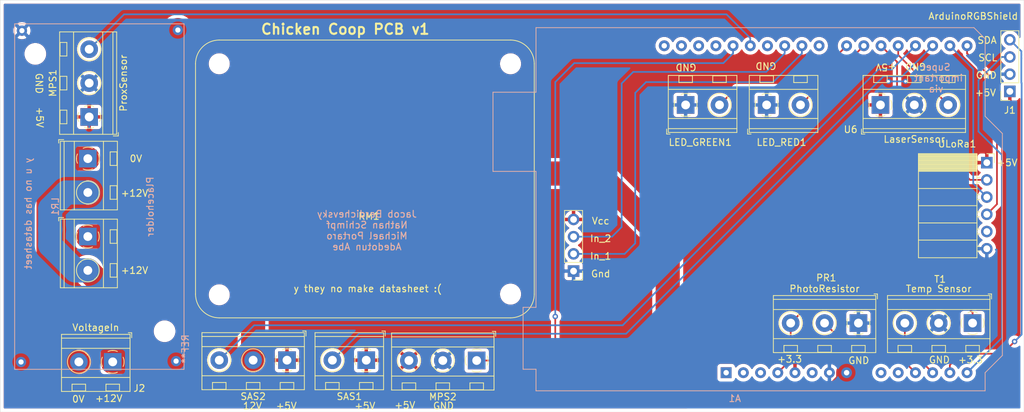
<source format=kicad_pcb>
(kicad_pcb (version 20171130) (host pcbnew "(5.1.4)-1")
  (layers (0 F.Cu signal) (31 B.Cu signal) (34 B.Paste user) (35 F.Paste user) (36 B.SilkS user) (37 F.SilkS user) (38 B.Mask user) (39 F.Mask user) (44 Edge.Cuts user))
  (net 0 "")
  (net 1 "Net-(A1-Pad14)")
  (net 2 "Net-(A1-Pad13)")
  (net 3 "Net-(A1-Pad12)")
  (net 4 "Net-(A1-Pad26)")
  (net 5 GND)
  (net 6 +5V)
  (net 7 +3V3)
  (net 8 "Net-(A1-Pad19)")
  (net 9 "Net-(A1-Pad28)")
  (net 10 "Net-(A1-Pad27)")
  (net 11 "Net-(A1-Pad8)")
  (net 12 "Net-(A1-Pad23)")
  (net 13 "Net-(A1-Pad9)")
  (net 14 "Net-(RM1-Pad6)")
  (net 15 +12V)
  (net 16 0)
  (net 17 "Net-(A1-Pad30)")
  (net 18 "Net-(A1-Pad29)")
  (net 19 "Net-(A1-Pad11)")
  (net 20 "Net-(A1-Pad10)")
  (net 21 "Net-(A1-Pad6)")
  (net 22 "Net-(A1-Pad3)")
  (net 23 "Net-(A1-Pad2)")
  (net 24 "Net-(A1-Pad1)")
  (net 25 "Net-(A1-Pad31)")
  (net 26 "Net-(A1-Pad32)")
  (net 27 "Net-(ULoRa1-Pad5)")
  (net 28 /LoRa3)
  (net 29 /LoRa4)
  (net 30 /LoRa2)
  (net 31 /SAS_Int2)
  (net 32 /SAS_Int1)
  (net 33 /IN2)
  (net 34 /IN1)
  (net 35 /LED_G)
  (net 36 /LED_R)
  (module TerminalBlock_MetzConnect:TerminalBlock_MetzConnect_Type094_RT03503HBLU_1x03_P5.00mm_Horizontal (layer F.Cu) (at 99.5 87.25 90)
    (fp_text reference MPS1 (at 5 -5.36 90) (layer F.SilkS))
    (fp_text value ProxSensor (at 5 5.06 90) (layer F.SilkS))
    (pad 3 thru_hole circle (at 10 0 90) (size 2.6 2.6) (drill 1.3) (layers *.Cu *.Mask) (net 10 "Net-(A1-Pad27)"))
    (pad 2 thru_hole circle (at 5 0 90) (size 2.6 2.6) (drill 1.3) (layers *.Cu *.Mask) (net 5 GND))
    (pad 1 thru_hole rect (at 0 0 90) (size 2.6 2.6) (drill 1.3) (layers *.Cu *.Mask) (net 6 +5V))
  )
  (module "Capstone_PCB_Lib:2 Channels Relay" (layer F.Cu) (at 115.3 75.9)
    (fp_text reference RM1 (at 25.5 26) (layer F.SilkS))
    (fp_text value 2RelayModule)
    (fp_text user Vcc (at 59.7 26.7 180) (layer F.SilkS))
    (fp_text user In_2 (at 59.7 29.3 180) (layer F.SilkS))
    (fp_text user In_1 (at 59.7 31.9 180) (layer F.SilkS))
    (fp_text user Gnd (at 59.7 34.5 180) (layer F.SilkS))
    (fp_text user "y they no make datasheet :(" (at 25.3 36.7 180) (layer F.SilkS))
    (pad 8 thru_hole rect (at -16 17.5 270) (size 2.6 2.6) (drill 1.3) (layers *.Cu *.Mask) (net 16 0))
    (pad 10 thru_hole circle (at -16 22.5 270) (size 2.6 2.6) (drill 1.3) (layers *.Cu *.Mask) (net 15 +12V))
    (pad 9 thru_hole circle (at -16 34 270) (size 2.6 2.6) (drill 1.3) (layers *.Cu *.Mask) (net 15 +12V))
    (pad 6 thru_hole rect (at -16 29 270) (size 2.6 2.6) (drill 1.3) (layers *.Cu *.Mask) (net 14 "Net-(RM1-Pad6)"))
    (pad "" np_thru_hole circle (at 46.4 3.5) (size 2.1 2.1) (drill 2.1) (layers *.Cu *.Mask))
    (pad "" np_thru_hole circle (at 46.4 37.5) (size 2.1 2.1) (drill 2.1) (layers *.Cu *.Mask))
    (pad "" np_thru_hole circle (at 3.4 37.6) (size 2.1 2.1) (drill 2.1) (layers *.Cu *.Mask))
    (pad "" np_thru_hole circle (at 3.4 3.5) (size 2.1 2.1) (drill 2.1) (layers *.Cu *.Mask))
    (pad 3 thru_hole oval (at 55.7 29.02 180) (size 1.7 1.7) (drill 1) (layers *.Cu *.Mask) (net 33 /IN2))
    (pad 4 thru_hole oval (at 55.7 26.48 180) (size 1.7 1.7) (drill 1) (layers *.Cu *.Mask) (net 6 +5V))
    (pad 2 thru_hole oval (at 55.7 31.56 180) (size 1.7 1.7) (drill 1) (layers *.Cu *.Mask) (net 34 /IN1))
    (pad 1 thru_hole rect (at 55.7 34.1 180) (size 1.7 1.7) (drill 1) (layers *.Cu *.Mask) (net 5 GND))
  )
  (module TerminalBlock_MetzConnect:TerminalBlock_MetzConnect_Type094_RT03503HBLU_1x03_P5.00mm_Horizontal (layer F.Cu) (at 128.7 123.15 180)
    (fp_text reference SAS2 (at 5 -5.36) (layer F.SilkS))
    (fp_text value SnapActionSwitch)
    (pad 4 thru_hole circle (at 10 0 180) (size 2.6 2.6) (drill 1.3) (layers *.Cu *.Mask) (net 31 /SAS_Int2))
    (pad 2 thru_hole circle (at 5 0 180) (size 2.6 2.6) (drill 1.3) (layers *.Cu *.Mask) (net 14 "Net-(RM1-Pad6)"))
    (pad 1 thru_hole rect (at 0 0 180) (size 2.6 2.6) (drill 1.3) (layers *.Cu *.Mask) (net 6 +5V))
  )
  (module TerminalBlock_MetzConnect:TerminalBlock_MetzConnect_Type094_RT03502HBLU_1x02_P5.00mm_Horizontal (layer F.Cu) (at 140.4 123.155 180)
    (fp_text reference SAS1 (at 2.5 -5.36) (layer F.SilkS))
    (fp_text value SnapActionSwitch)
    (pad 4 thru_hole circle (at 5 0 180) (size 2.6 2.6) (drill 1.3) (layers *.Cu *.Mask) (net 32 /SAS_Int1))
    (pad 1 thru_hole rect (at 0 0 180) (size 2.6 2.6) (drill 1.3) (layers *.Cu *.Mask) (net 6 +5V))
  )
  (module TerminalBlock_MetzConnect:TerminalBlock_MetzConnect_Type094_RT03503HBLU_1x03_P5.00mm_Horizontal (layer F.Cu) (at 156.7 123.2 180)
    (fp_text reference MPS2 (at 5 -5.36) (layer F.SilkS))
    (fp_text value ProxSensor)
    (pad 1 thru_hole circle (at 10 0 180) (size 2.6 2.6) (drill 1.3) (layers *.Cu *.Mask) (net 6 +5V))
    (pad 2 thru_hole circle (at 5 0 180) (size 2.6 2.6) (drill 1.3) (layers *.Cu *.Mask) (net 5 GND))
    (pad 3 thru_hole rect (at 0 0 180) (size 2.6 2.6) (drill 1.3) (layers *.Cu *.Mask) (net 9 "Net-(A1-Pad28)"))
  )
  (module Module:Arduino_UNO_R3 (layer B.Cu) (at 193.525 125)
    (fp_text reference A1 (at 1.27 3.81 -180) (layer B.SilkS) (effects (justify mirror)))
    (fp_text value Arduino_UNO_R3)
    (pad 16 thru_hole oval (at 33.02 -48.26 270) (size 1.6 1.6) (drill 0.8) (layers *.Cu *.Mask) (net 28 /LoRa3))
    (pad 15 thru_hole oval (at 35.56 -48.26 270) (size 1.6 1.6) (drill 0.8) (layers *.Cu *.Mask) (net 29 /LoRa4))
    (pad 30 thru_hole oval (at -4.06 -48.26 270) (size 1.6 1.6) (drill 0.8) (layers *.Cu *.Mask) (net 17 "Net-(A1-Pad30)"))
    (pad 14 thru_hole oval (at 35.56 0 270) (size 1.6 1.6) (drill 0.8) (layers *.Cu *.Mask) (net 1 "Net-(A1-Pad14)"))
    (pad 29 thru_hole oval (at -1.52 -48.26 270) (size 1.6 1.6) (drill 0.8) (layers *.Cu *.Mask) (net 18 "Net-(A1-Pad29)"))
    (pad 13 thru_hole oval (at 33.02 0 270) (size 1.6 1.6) (drill 0.8) (layers *.Cu *.Mask) (net 2 "Net-(A1-Pad13)"))
    (pad 28 thru_hole oval (at 1.02 -48.26 270) (size 1.6 1.6) (drill 0.8) (layers *.Cu *.Mask) (net 9 "Net-(A1-Pad28)"))
    (pad 12 thru_hole oval (at 30.48 0 270) (size 1.6 1.6) (drill 0.8) (layers *.Cu *.Mask) (net 3 "Net-(A1-Pad12)"))
    (pad 27 thru_hole oval (at 3.56 -48.26 270) (size 1.6 1.6) (drill 0.8) (layers *.Cu *.Mask) (net 10 "Net-(A1-Pad27)"))
    (pad 11 thru_hole oval (at 27.94 0 270) (size 1.6 1.6) (drill 0.8) (layers *.Cu *.Mask) (net 19 "Net-(A1-Pad11)"))
    (pad 26 thru_hole oval (at 6.1 -48.26 270) (size 1.6 1.6) (drill 0.8) (layers *.Cu *.Mask) (net 4 "Net-(A1-Pad26)"))
    (pad 10 thru_hole oval (at 25.4 0 270) (size 1.6 1.6) (drill 0.8) (layers *.Cu *.Mask) (net 20 "Net-(A1-Pad10)"))
    (pad 25 thru_hole oval (at 8.64 -48.26 270) (size 1.6 1.6) (drill 0.8) (layers *.Cu *.Mask) (net 33 /IN2))
    (pad 9 thru_hole oval (at 22.86 0 270) (size 1.6 1.6) (drill 0.8) (layers *.Cu *.Mask) (net 13 "Net-(A1-Pad9)"))
    (pad 24 thru_hole oval (at 11.18 -48.26 270) (size 1.6 1.6) (drill 0.8) (layers *.Cu *.Mask) (net 34 /IN1))
    (pad 8 thru_hole oval (at 17.78 0 270) (size 1.6 1.6) (drill 0.8) (layers *.Cu *.Mask) (net 11 "Net-(A1-Pad8)"))
    (pad 23 thru_hole oval (at 13.72 -48.26 270) (size 1.6 1.6) (drill 0.8) (layers *.Cu *.Mask) (net 12 "Net-(A1-Pad23)"))
    (pad 7 thru_hole oval (at 15.24 0 270) (size 1.6 1.6) (drill 0.8) (layers *.Cu *.Mask) (net 5 GND))
    (pad 22 thru_hole oval (at 17.78 -48.26 270) (size 1.6 1.6) (drill 0.8) (layers *.Cu *.Mask) (net 35 /LED_G))
    (pad 6 thru_hole oval (at 12.7 0 270) (size 1.6 1.6) (drill 0.8) (layers *.Cu *.Mask) (net 21 "Net-(A1-Pad6)"))
    (pad 21 thru_hole oval (at 20.32 -48.26 270) (size 1.6 1.6) (drill 0.8) (layers *.Cu *.Mask) (net 36 /LED_R))
    (pad 5 thru_hole oval (at 10.16 0 270) (size 1.6 1.6) (drill 0.8) (layers *.Cu *.Mask) (net 6 +5V))
    (pad 20 thru_hole oval (at 22.86 -48.26 270) (size 1.6 1.6) (drill 0.8) (layers *.Cu *.Mask) (net 30 /LoRa2))
    (pad 4 thru_hole oval (at 7.62 0 270) (size 1.6 1.6) (drill 0.8) (layers *.Cu *.Mask) (net 7 +3V3))
    (pad 19 thru_hole oval (at 25.4 -48.26 270) (size 1.6 1.6) (drill 0.8) (layers *.Cu *.Mask) (net 8 "Net-(A1-Pad19)"))
    (pad 3 thru_hole oval (at 5.08 0 270) (size 1.6 1.6) (drill 0.8) (layers *.Cu *.Mask) (net 22 "Net-(A1-Pad3)"))
    (pad 18 thru_hole oval (at 27.94 -48.26 270) (size 1.6 1.6) (drill 0.8) (layers *.Cu *.Mask) (net 31 /SAS_Int2))
    (pad 2 thru_hole oval (at 2.54 0 270) (size 1.6 1.6) (drill 0.8) (layers *.Cu *.Mask) (net 23 "Net-(A1-Pad2)"))
    (pad 17 thru_hole oval (at 30.48 -48.26 270) (size 1.6 1.6) (drill 0.8) (layers *.Cu *.Mask) (net 32 /SAS_Int1))
    (pad 1 thru_hole rect (at 0 0 270) (size 1.6 1.6) (drill 0.8) (layers *.Cu *.Mask) (net 24 "Net-(A1-Pad1)"))
    (pad 31 thru_hole oval (at -6.6 -48.26 270) (size 1.6 1.6) (drill 0.8) (layers *.Cu *.Mask) (net 25 "Net-(A1-Pad31)"))
    (pad 32 thru_hole oval (at -9.14 -48.26 270) (size 1.6 1.6) (drill 0.8) (layers *.Cu *.Mask) (net 26 "Net-(A1-Pad32)"))
  )
  (module "Capstone_PCB_Lib:Linear Regulator" (layer B.Cu) (at 113.5 124.5 90)
    (fp_text reference LR1 (at 24 -19 270) (layer B.SilkS) (effects (justify mirror)))
    (fp_text value Linear_Regulator)
    (fp_text user Placeholder (at 24 -5 90) (layer B.SilkS) (effects (justify mirror)))
    (fp_text user "y u no has datasheet" (at 23 -23 270) (layer B.SilkS) (effects (justify mirror)))
    (fp_text user REF** (at 3 0.2 270) (layer B.SilkS) (effects (justify mirror)))
    (pad 2 thru_hole circle (at 1.08 -24.06 90) (size 1.524 1.524) (drill 0.762) (layers *.Cu *.Mask) (net 16 0))
    (pad 1 thru_hole circle (at 1.21 -1.17 90) (size 1.524 1.524) (drill 0.762) (layers *.Cu *.Mask) (net 15 +12V))
    (pad 4 thru_hole circle (at 49.99 -23.93 90) (size 1.524 1.524) (drill 0.762) (layers *.Cu *.Mask) (net 5 GND))
    (pad 3 thru_hole circle (at 50.08 -0.91 90) (size 1.524 1.524) (drill 0.762) (layers *.Cu *.Mask) (net 11 "Net-(A1-Pad8)"))
    (pad "" np_thru_hole circle (at 46.56 -21.95 90) (size 2.2 2.2) (drill 2.2) (layers *.Cu *.Mask))
    (pad "" np_thru_hole circle (at 5.62 -2.87 90) (size 2.2 2.2) (drill 2.2) (layers *.Cu *.Mask))
  )
  (module TerminalBlock_MetzConnect:TerminalBlock_MetzConnect_Type094_RT03502HBLU_1x02_P5.00mm_Horizontal (layer F.Cu) (at 102.975 123.4 180)
    (fp_text reference J2 (at -3.925 -3.9) (layer F.SilkS))
    (fp_text value VoltageIn (at 2.5 5.06) (layer F.SilkS))
    (pad 2 thru_hole circle (at 5 0 180) (size 2.6 2.6) (drill 1.3) (layers *.Cu *.Mask) (net 16 0))
    (pad 1 thru_hole rect (at 0 0 180) (size 2.6 2.6) (drill 1.3) (layers *.Cu *.Mask) (net 15 +12V))
  )
  (module TerminalBlock_MetzConnect:TerminalBlock_MetzConnect_Type094_RT03503HBLU_1x03_P5.00mm_Horizontal (layer F.Cu) (at 213.05 117.675 180)
    (fp_text reference PR1 (at 4.75 6.675) (layer F.SilkS))
    (fp_text value PhotoResistor (at 5 5.06) (layer F.SilkS))
    (pad 3 thru_hole circle (at 10 0 180) (size 2.6 2.6) (drill 1.3) (layers *.Cu *.Mask) (net 7 +3V3))
    (pad 2 thru_hole circle (at 5 0 180) (size 2.6 2.6) (drill 1.3) (layers *.Cu *.Mask) (net 19 "Net-(A1-Pad11)"))
    (pad 1 thru_hole rect (at 0 0 180) (size 2.6 2.6) (drill 1.3) (layers *.Cu *.Mask) (net 5 GND))
  )
  (module TerminalBlock_MetzConnect:TerminalBlock_MetzConnect_Type094_RT03503HBLU_1x03_P5.00mm_Horizontal (layer F.Cu) (at 229.9 117.675 180)
    (fp_text reference T1 (at 4.8 6.475) (layer F.SilkS))
    (fp_text value "Temp Sensor" (at 5 5.06) (layer F.SilkS))
    (pad 3 thru_hole circle (at 10 0 180) (size 2.6 2.6) (drill 1.3) (layers *.Cu *.Mask) (net 3 "Net-(A1-Pad12)"))
    (pad 2 thru_hole circle (at 5 0 180) (size 2.6 2.6) (drill 1.3) (layers *.Cu *.Mask) (net 5 GND))
    (pad 4 thru_hole rect (at 0 0 180) (size 2.6 2.6) (drill 1.3) (layers *.Cu *.Mask) (net 7 +3V3))
  )
  (module TerminalBlock_MetzConnect:TerminalBlock_MetzConnect_Type094_RT03502HBLU_1x02_P5.00mm_Horizontal (layer F.Cu) (at 199.5 85.475)
    (fp_text reference LED_RED1 (at 2.2 5.525) (layer F.SilkS))
    (fp_text value 200)
    (pad 2 thru_hole circle (at 5 0) (size 2.6 2.6) (drill 1.3) (layers *.Cu *.Mask) (net 36 /LED_R))
    (pad 1 thru_hole rect (at 0 0) (size 2.6 2.6) (drill 1.3) (layers *.Cu *.Mask) (net 5 GND))
  )
  (module TerminalBlock_MetzConnect:TerminalBlock_MetzConnect_Type094_RT03502HBLU_1x02_P5.00mm_Horizontal (layer F.Cu) (at 187.545 85.475)
    (fp_text reference LED_GREEN1 (at 2.155 5.525 180) (layer F.SilkS))
    (fp_text value 200)
    (pad 2 thru_hole circle (at 5 0) (size 2.6 2.6) (drill 1.3) (layers *.Cu *.Mask) (net 35 /LED_G))
    (pad 1 thru_hole rect (at 0 0) (size 2.6 2.6) (drill 1.3) (layers *.Cu *.Mask) (net 5 GND))
  )
  (module Connector_PinSocket_2.54mm:PinSocket_1x06_P2.54mm_Horizontal (layer F.Cu) (at 232 94)
    (fp_text reference ULoRa1 (at -4.38 -2.77) (layer F.SilkS))
    (fp_text value LoRa)
    (pad 6 thru_hole oval (at 0 12.7) (size 1.7 1.7) (drill 1) (layers *.Cu *.Mask) (net 5 GND))
    (pad 5 thru_hole oval (at 0 10.16) (size 1.7 1.7) (drill 1) (layers *.Cu *.Mask) (net 27 "Net-(ULoRa1-Pad5)"))
    (pad 4 thru_hole oval (at 0 7.62) (size 1.7 1.7) (drill 1) (layers *.Cu *.Mask) (net 29 /LoRa4))
    (pad 3 thru_hole oval (at 0 5.08) (size 1.7 1.7) (drill 1) (layers *.Cu *.Mask) (net 28 /LoRa3))
    (pad 2 thru_hole oval (at 0 2.54) (size 1.7 1.7) (drill 1) (layers *.Cu *.Mask) (net 30 /LoRa2))
    (pad 1 thru_hole rect (at 0 0) (size 1.7 1.7) (drill 1) (layers *.Cu *.Mask) (net 6 +5V))
  )
  (module TerminalBlock_MetzConnect:TerminalBlock_MetzConnect_Type094_RT03503HBLU_1x03_P5.00mm_Horizontal (layer F.Cu) (at 216.3 85.475)
    (fp_text reference U6 (at -4.4 3.625) (layer F.SilkS))
    (fp_text value LaserSensor (at 5 5.06) (layer F.SilkS))
    (pad 3 thru_hole circle (at 10 0) (size 2.6 2.6) (drill 1.3) (layers *.Cu *.Mask) (net 8 "Net-(A1-Pad19)"))
    (pad 2 thru_hole circle (at 5 0) (size 2.6 2.6) (drill 1.3) (layers *.Cu *.Mask) (net 5 GND))
    (pad 1 thru_hole rect (at 0 0) (size 2.6 2.6) (drill 1.3) (layers *.Cu *.Mask) (net 6 +5V))
  )
  (module Connector_PinSocket_2.54mm:PinSocket_1x04_P2.54mm_Vertical (layer F.Cu) (at 235.4 83.475 180)
    (fp_text reference J1 (at 0 -2.77) (layer F.SilkS))
    (fp_text value ArduinoRGBShield (at 5.4 11.1) (layer F.SilkS))
    (pad 4 thru_hole oval (at 0 7.62 180) (size 1.7 1.7) (drill 1) (layers *.Cu *.Mask) (net 2 "Net-(A1-Pad13)"))
    (pad 3 thru_hole oval (at 0 5.08 180) (size 1.7 1.7) (drill 1) (layers *.Cu *.Mask) (net 1 "Net-(A1-Pad14)"))
    (pad 2 thru_hole oval (at 0 2.54 180) (size 1.7 1.7) (drill 1) (layers *.Cu *.Mask) (net 5 GND))
    (pad 1 thru_hole rect (at 0 0 180) (size 1.7 1.7) (drill 1) (layers *.Cu *.Mask) (net 6 +5V))
  )
  (gr_text 0V (at 106.4 93.4) (layer F.SilkS) (effects (font (size 1 1))))
  (gr_text +12V (at 106.2 98.5) (layer F.SilkS) (effects (font (size 1 1))))
  (gr_text +12V (at 106.2 109.9) (layer F.SilkS) (effects (font (size 1 1))))
  (gr_text 0V (at 97.9 128.9) (layer F.SilkS) (effects (font (size 1 1))))
  (gr_text +12V (at 102.4 128.8) (layer F.SilkS) (effects (font (size 1 1))))
  (gr_text GND (at 92.1 82.3 270) (layer F.SilkS) (effects (font (size 1 1))))
  (gr_text +5V (at 92.2 87.3 270) (layer F.SilkS) (effects (font (size 1 1))))
  (gr_text "+5V\n" (at 235 94) (layer F.SilkS) (effects (font (size 1 1))))
  (gr_text "+3.3\n" (at 229.6 123.1) (layer F.SilkS) (effects (font (size 1 1))))
  (gr_text +3.3 (at 202.9 123) (layer F.SilkS) (effects (font (size 1 1))))
  (gr_text GND (at 213.1 123.2) (layer F.SilkS) (effects (font (size 1 1))))
  (gr_text GND (at 225 123.1) (layer F.SilkS) (effects (font (size 1 1))))
  (gr_text GND (at 151.8 129.9) (layer F.SilkS) (effects (font (size 1 1))))
  (gr_text GND (at 187.6 79.9 180) (layer F.SilkS) (effects (font (size 1 1))))
  (gr_text GND (at 199.4 79.7 180) (layer F.SilkS) (effects (font (size 1 1))))
  (gr_text GND (at 221.5 79.8 180) (layer F.SilkS) (effects (font (size 1 1))))
  (gr_text +5V (at 217.1 79.9 180) (layer F.SilkS) (effects (font (size 1 1))))
  (gr_text +5V (at 146.1 129.8) (layer F.SilkS) (effects (font (size 1 1))))
  (gr_text +5V (at 140.2 129.9) (layer F.SilkS) (effects (font (size 1 1))))
  (gr_text +5V (at 128.6 129.9) (layer F.SilkS) (effects (font (size 1 1))))
  (gr_text "12V\n" (at 123.6 129.9) (layer F.SilkS) (effects (font (size 1 1))))
  (gr_text "Chicken Coop PCB v1" (at 137.3 74.3) (layer F.SilkS) (effects (font (size 1.5 1.5) (thickness 0.3))))
  (gr_text "Super\nimportant \nvia" (at 224.5 81.5) (layer B.SilkS) (effects (font (size 1 1)) (justify mirror)))
  (gr_text "Jacob Berdichevsky\nNathan Schimpf\nMichael Portaro\nAdedotun Abe" (at 140.5 104) (layer B.SilkS) (effects (font (size 1 1)) (justify mirror)))
  (gr_text SDA (at 232.038886 75.925) (layer F.SilkS) (effects (font (size 1 1))))
  (gr_text SCL (at 232.149996 78.508333) (layer F.SilkS) (effects (font (size 1 1))))
  (gr_text "GND\n" (at 231.927776 81.091666) (layer F.SilkS) (effects (font (size 1 1))))
  (gr_text +5V (at 231.816666 83.675) (layer F.SilkS) (effects (font (size 1 1))))
  (gr_line (start 86.36 70.01) (end 86.36 130.81) (layer Edge.Cuts) (width 0.05))
  (gr_line (start 237.49 70.01) (end 86.36 70.01) (layer Edge.Cuts) (width 0.05))
  (gr_line (start 237.49 130.81) (end 237.49 70.01) (layer Edge.Cuts) (width 0.05))
  (gr_line (start 86.36 130.81) (end 237.49 130.81) (layer Edge.Cuts) (width 0.05))
  (segment (start 229.884999 124.200001) (end 229.085 125) (width 0.25) (layer B.Cu) (net 1))
  (segment (start 234.224999 119.860001) (end 229.884999 124.200001) (width 0.25) (layer B.Cu) (net 1))
  (segment (start 234.197919 78.395) (end 230.77 81.822919) (width 0.25) (layer B.Cu) (net 1))
  (segment (start 235.4 78.395) (end 234.197919 78.395) (width 0.25) (layer B.Cu) (net 1))
  (segment (start 230.77 81.822919) (end 230.77 89.4) (width 0.25) (layer B.Cu) (net 1))
  (segment (start 234.224999 92.854999) (end 234.224999 119.860001) (width 0.25) (layer B.Cu) (net 1))
  (segment (start 230.77 89.4) (end 234.224999 92.854999) (width 0.25) (layer B.Cu) (net 1))
  (segment (start 235.4 75.855) (end 237.1 77.555) (width 0.25) (layer B.Cu) (net 2))
  (segment (start 237.1 77.555) (end 237.1 78.1) (width 0.25) (layer B.Cu) (net 2))
  (segment (start 237.1 78.1) (end 237.1 78.6) (width 0.25) (layer B.Cu) (net 2))
  (segment (start 237.1 82.2) (end 237.13999 82.23999) (width 0.25) (layer B.Cu) (net 2))
  (segment (start 237.1 78.6) (end 237.1 82.2) (width 0.25) (layer B.Cu) (net 2))
  (segment (start 237.13999 82.23999) (end 237.13999 119.1) (width 0.25) (layer B.Cu) (net 2))
  (segment (start 237.13999 119.1) (end 237.13999 119.36001) (width 0.25) (layer B.Cu) (net 2))
  (segment (start 237.13999 119.36001) (end 236.1 120.4) (width 0.25) (layer B.Cu) (net 2))
  (segment (start 234.3 122.2) (end 236.1 120.4) (width 0.25) (layer F.Cu) (net 2))
  (segment (start 228.21363 122.2) (end 234.3 122.2) (width 0.25) (layer F.Cu) (net 2))
  (segment (start 226.545 123.86863) (end 228.21363 122.2) (width 0.25) (layer F.Cu) (net 2))
  (segment (start 226.545 125) (end 226.545 123.86863) (width 0.25) (layer F.Cu) (net 2))
  (via (at 236.1 120.4) (size 0.8) (drill 0.4) (layers F.Cu B.Cu) (net 2))
  (segment (start 219.9 120.895) (end 224.005 125) (width 0.25) (layer F.Cu) (net 3))
  (segment (start 219.9 117.675) (end 219.9 120.895) (width 0.25) (layer F.Cu) (net 3))
  (via (at 217.5 82) (size 0.8) (drill 0.4) (layers F.Cu B.Cu) (net 6))
  (via (at 220 82) (size 0.8) (drill 0.4) (layers F.Cu B.Cu) (net 6))
  (segment (start 217.5 82) (end 220 82) (width 0.25) (layer B.Cu) (net 6))
  (segment (start 99.5 88.8) (end 99.5 87.25) (width 0.25) (layer B.Cu) (net 6))
  (segment (start 203.05 123.095) (end 201.145 125) (width 0.25) (layer F.Cu) (net 7))
  (segment (start 203.05 117.675) (end 203.05 123.095) (width 0.25) (layer F.Cu) (net 7))
  (segment (start 229.9 116.125) (end 229.9 117.675) (width 0.25) (layer F.Cu) (net 7))
  (segment (start 228.375 114.6) (end 229.9 116.125) (width 0.25) (layer F.Cu) (net 7))
  (segment (start 206.1 114.6) (end 228.375 114.6) (width 0.25) (layer F.Cu) (net 7))
  (segment (start 204.349999 116.350001) (end 206.1 114.6) (width 0.25) (layer F.Cu) (net 7))
  (segment (start 204.349999 116.375001) (end 204.349999 116.350001) (width 0.25) (layer F.Cu) (net 7))
  (segment (start 203.05 117.675) (end 204.349999 116.375001) (width 0.25) (layer F.Cu) (net 7))
  (segment (start 218.925 78.1) (end 218.925 76.74) (width 0.25) (layer F.Cu) (net 8))
  (segment (start 226.3 85.475) (end 218.925 78.1) (width 0.25) (layer F.Cu) (net 8))
  (segment (start 194.5 76.785) (end 194.545 76.74) (width 0.25) (layer B.Cu) (net 9))
  (segment (start 194.545 77.87137) (end 193.11637 79.3) (width 0.25) (layer B.Cu) (net 9))
  (segment (start 194.545 76.74) (end 194.545 77.87137) (width 0.25) (layer B.Cu) (net 9))
  (segment (start 193.11637 79.3) (end 171.1 79.3) (width 0.25) (layer B.Cu) (net 9))
  (segment (start 171.1 79.3) (end 168.3 82.1) (width 0.25) (layer B.Cu) (net 9))
  (segment (start 168.3 82.1) (end 168.3 116.7) (width 0.25) (layer B.Cu) (net 9))
  (via (at 168.3 116.7) (size 0.8) (drill 0.4) (layers F.Cu B.Cu) (net 9))
  (segment (start 167.1 123.2) (end 168.3 122) (width 0.25) (layer F.Cu) (net 9))
  (segment (start 156.7 123.2) (end 167.1 123.2) (width 0.25) (layer F.Cu) (net 9))
  (segment (start 168.3 116.7) (end 168.3 122) (width 0.25) (layer F.Cu) (net 9))
  (segment (start 168.3 122) (end 168.3 122.1) (width 0.25) (layer F.Cu) (net 9))
  (segment (start 197.085 75.60863) (end 193.57637 72.1) (width 0.25) (layer B.Cu) (net 10))
  (segment (start 197.085 76.74) (end 197.085 75.60863) (width 0.25) (layer B.Cu) (net 10))
  (segment (start 104.65 72.1) (end 99.5 77.25) (width 0.25) (layer B.Cu) (net 10))
  (segment (start 193.57637 72.1) (end 104.65 72.1) (width 0.25) (layer B.Cu) (net 10))
  (segment (start 211.545001 126.334401) (end 211.545001 125) (width 3.56) (layer F.Cu) (net 11))
  (segment (start 209.579402 128.3) (end 211.545001 126.334401) (width 3.56) (layer F.Cu) (net 11))
  (segment (start 189.2 128.3) (end 209.579402 128.3) (width 3.56) (layer F.Cu) (net 11))
  (segment (start 184.9 124) (end 189.2 128.3) (width 3.56) (layer F.Cu) (net 11))
  (segment (start 184.9 105.9) (end 184.9 124) (width 3.56) (layer F.Cu) (net 11))
  (segment (start 112.59 74.42) (end 112.59 75.49763) (width 3.56) (layer F.Cu) (net 11))
  (segment (start 112.59 75.49763) (end 112.6 75.50763) (width 3.56) (layer F.Cu) (net 11))
  (segment (start 112.6 75.50763) (end 112.6 80.9) (width 3.56) (layer F.Cu) (net 11))
  (segment (start 112.6 80.9) (end 127.3 95.6) (width 3.56) (layer F.Cu) (net 11))
  (segment (start 127.3 95.6) (end 174.6 95.6) (width 3.56) (layer F.Cu) (net 11))
  (segment (start 174.6 95.6) (end 184.9 105.9) (width 3.56) (layer F.Cu) (net 11))
  (segment (start 123.7 108) (end 123.7 123.15) (width 3.56) (layer F.Cu) (net 14))
  (segment (start 99.3 104.9) (end 120.6 104.9) (width 3.56) (layer F.Cu) (net 14))
  (segment (start 120.6 104.9) (end 123.7 108) (width 3.56) (layer F.Cu) (net 14))
  (segment (start 112.27 123.4) (end 112.305 123.365) (width 0.25) (layer F.Cu) (net 15))
  (segment (start 98.65 98.25) (end 98.3 97.9) (width 0.25) (layer B.Cu) (net 15))
  (segment (start 112.33 123.29) (end 113.40763 123.29) (width 0.25) (layer F.Cu) (net 15))
  (segment (start 112.22 123.4) (end 112.33 123.29) (width 2.2606) (layer F.Cu) (net 15))
  (segment (start 107.835 123.4) (end 112.22 123.4) (width 3.56) (layer F.Cu) (net 15))
  (segment (start 102.975 123.4) (end 107.835 123.4) (width 3.56) (layer F.Cu) (net 15))
  (segment (start 102.975 113.575) (end 99.3 109.9) (width 3.56) (layer F.Cu) (net 15))
  (segment (start 102.975 123.4) (end 102.975 113.575) (width 3.56) (layer F.Cu) (net 15))
  (segment (start 99.3 109.9) (end 97.461523 109.9) (width 3.56) (layer B.Cu) (net 15))
  (segment (start 99.3 98.4) (end 96.1 98.4) (width 3.56) (layer B.Cu) (net 15))
  (segment (start 96.1 98.4) (end 93.75 100.75) (width 3.56) (layer B.Cu) (net 15))
  (segment (start 93.75 103.826954) (end 93.811523 103.888477) (width 3.56) (layer B.Cu) (net 15))
  (segment (start 93.75 100.75) (end 93.75 103.826954) (width 3.56) (layer B.Cu) (net 15))
  (segment (start 93.75 106.188477) (end 93.75 103.826954) (width 3.56) (layer B.Cu) (net 15))
  (segment (start 97.461523 109.9) (end 93.75 106.188477) (width 3.56) (layer B.Cu) (net 15))
  (segment (start 98.3 92.9) (end 98.3 94.45) (width 0.25) (layer F.Cu) (net 16))
  (segment (start 89.34 123.4) (end 89.285 123.455) (width 0.25) (layer F.Cu) (net 16))
  (segment (start 89.46 123.4) (end 89.44 123.42) (width 2.2606) (layer F.Cu) (net 16))
  (segment (start 96.136523 123.4) (end 89.46 123.4) (width 3.56) (layer F.Cu) (net 16))
  (segment (start 97.975 123.4) (end 96.136523 123.4) (width 3.56) (layer F.Cu) (net 16))
  (segment (start 94.44 93.4) (end 99.3 93.4) (width 3.56) (layer F.Cu) (net 16))
  (segment (start 89.44 98.4) (end 94.44 93.4) (width 3.56) (layer F.Cu) (net 16))
  (segment (start 89.44 123.42) (end 89.44 98.4) (width 3.56) (layer F.Cu) (net 16))
  (segment (start 208.05 117.675) (end 212.375 122) (width 0.25) (layer F.Cu) (net 19))
  (segment (start 218.465 122) (end 221.465 125) (width 0.25) (layer F.Cu) (net 19))
  (segment (start 212.375 122) (end 218.465 122) (width 0.25) (layer F.Cu) (net 19))
  (segment (start 230 97.08) (end 232 99.08) (width 0.25) (layer B.Cu) (net 28))
  (segment (start 226.545 76.74) (end 230 80.195) (width 0.25) (layer B.Cu) (net 28))
  (segment (start 230 80.195) (end 230 97.08) (width 0.25) (layer B.Cu) (net 28))
  (segment (start 229.085 77.87137) (end 233.5 82.28637) (width 0.25) (layer F.Cu) (net 29))
  (segment (start 229.085 76.74) (end 229.085 77.87137) (width 0.25) (layer F.Cu) (net 29))
  (segment (start 233.5 100.12) (end 232 101.62) (width 0.25) (layer F.Cu) (net 29))
  (segment (start 233.5 82.28637) (end 233.5 100.12) (width 0.25) (layer F.Cu) (net 29))
  (segment (start 232 96.54) (end 229.54 96.54) (width 0.25) (layer F.Cu) (net 30))
  (segment (start 216.385 76.74) (end 218.75 79.105) (width 0.25) (layer F.Cu) (net 30))
  (segment (start 218.75 79.105) (end 218.75 85.75) (width 0.25) (layer F.Cu) (net 30))
  (segment (start 229.54 96.54) (end 218.75 85.75) (width 0.25) (layer F.Cu) (net 30))
  (segment (start 123.85 118) (end 118.7 123.15) (width 0.25) (layer B.Cu) (net 31))
  (segment (start 178.25 118) (end 123.85 118) (width 0.25) (layer B.Cu) (net 31))
  (segment (start 221.465 76.74) (end 217.955 80.25) (width 0.25) (layer B.Cu) (net 31))
  (segment (start 217.955 80.25) (end 216 80.25) (width 0.25) (layer B.Cu) (net 31))
  (segment (start 216 80.25) (end 178.25 118) (width 0.25) (layer B.Cu) (net 31))
  (segment (start 219.495 81.25) (end 224.005 76.74) (width 0.25) (layer B.Cu) (net 32))
  (segment (start 216.75 81.25) (end 219.495 81.25) (width 0.25) (layer B.Cu) (net 32))
  (segment (start 135.4 123.155) (end 139.305 119.25) (width 0.25) (layer B.Cu) (net 32))
  (segment (start 139.305 119.25) (end 178.75 119.25) (width 0.25) (layer B.Cu) (net 32))
  (segment (start 178.75 119.25) (end 216.75 81.25) (width 0.25) (layer B.Cu) (net 32))
  (segment (start 202.165 77.87137) (end 199.43637 80.6) (width 0.25) (layer B.Cu) (net 33))
  (segment (start 202.165 76.74) (end 202.165 77.87137) (width 0.25) (layer B.Cu) (net 33))
  (segment (start 199.43637 80.6) (end 179.8 80.6) (width 0.25) (layer B.Cu) (net 33))
  (segment (start 179.8 80.6) (end 178.1 82.3) (width 0.25) (layer B.Cu) (net 33))
  (segment (start 178.1 82.3) (end 178.1 103.5) (width 0.25) (layer B.Cu) (net 33))
  (segment (start 176.68 104.92) (end 171 104.92) (width 0.25) (layer B.Cu) (net 33))
  (segment (start 178.1 103.5) (end 176.68 104.92) (width 0.25) (layer B.Cu) (net 33))
  (segment (start 180.1 105.6) (end 180.1 105.7) (width 0.25) (layer B.Cu) (net 34))
  (segment (start 180.1 83.7) (end 180.1 105.6) (width 0.25) (layer B.Cu) (net 34))
  (segment (start 181.7 82.1) (end 180.1 83.7) (width 0.25) (layer B.Cu) (net 34))
  (segment (start 200.47637 82.1) (end 181.7 82.1) (width 0.25) (layer B.Cu) (net 34))
  (segment (start 204.705 76.74) (end 204.705 77.87137) (width 0.25) (layer B.Cu) (net 34))
  (segment (start 204.705 77.87137) (end 200.47637 82.1) (width 0.25) (layer B.Cu) (net 34))
  (segment (start 180.1 105.6) (end 180.1 105.9) (width 0.25) (layer B.Cu) (net 34))
  (segment (start 178.54 107.46) (end 171 107.46) (width 0.25) (layer B.Cu) (net 34))
  (segment (start 180.1 105.9) (end 178.54 107.46) (width 0.25) (layer B.Cu) (net 34))
  (segment (start 192.545 85.475) (end 195.02 83) (width 0.25) (layer F.Cu) (net 35))
  (segment (start 205.045 83) (end 211.305 76.74) (width 0.25) (layer F.Cu) (net 35))
  (segment (start 195.02 83) (end 205.045 83) (width 0.25) (layer F.Cu) (net 35))
  (segment (start 204.705 85.27) (end 204.5 85.475) (width 0.25) (layer F.Cu) (net 36))
  (segment (start 204.5 85.475) (end 206.475 83.5) (width 0.25) (layer F.Cu) (net 36))
  (segment (start 207.085 83.5) (end 213.845 76.74) (width 0.25) (layer F.Cu) (net 36))
  (segment (start 206.475 83.5) (end 207.085 83.5) (width 0.25) (layer F.Cu) (net 36))
  (zone (net 5) (net_name GND) (layer B.Cu) (connect_pads (clearance 0.508)) (min_thickness 0.254) (fill yes (arc_segments 32) (thermal_gap 0.508) (thermal_bridge_width 0.508))
    (polygon (pts (xy 237 70.5) (xy 86.5 70.5) (xy 86.5 130.5) (xy 237 130.5)))
  )
  (zone (net 6) (net_name +5V) (layer F.Cu) (connect_pads (clearance 0.508)) (min_thickness 0.254) (fill yes (arc_segments 32) (thermal_gap 0.508) (thermal_bridge_width 0.508))
    (polygon (pts (xy 237 70.5) (xy 86.5 70.5) (xy 86.5 130.5) (xy 237 130.5)))
  )
)
</source>
